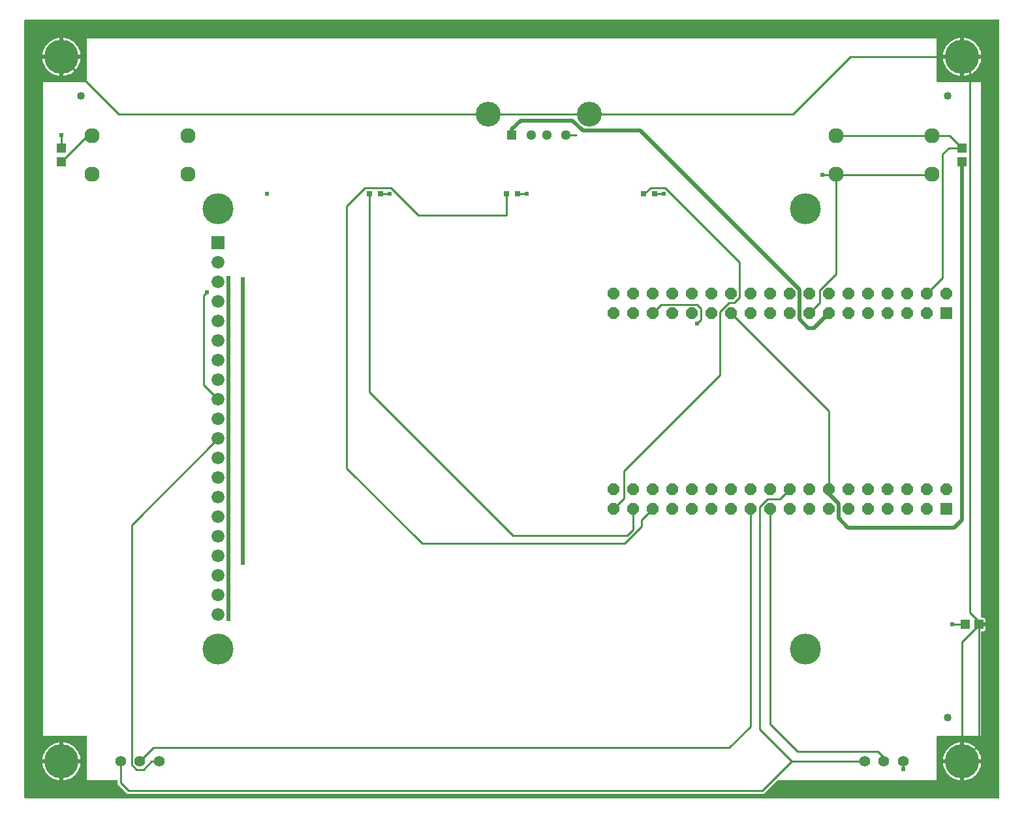
<source format=gbr>
G04 EAGLE Gerber RS-274X export*
G75*
%MOMM*%
%FSLAX34Y34*%
%LPD*%
%INTop Copper*%
%IPPOS*%
%AMOC8*
5,1,8,0,0,1.08239X$1,22.5*%
G01*
%ADD10C,1.960000*%
%ADD11C,1.400000*%
%ADD12R,1.143000X1.270000*%
%ADD13R,1.270000X1.143000*%
%ADD14R,1.288000X1.288000*%
%ADD15C,1.288000*%
%ADD16C,3.220000*%
%ADD17R,0.800000X0.800000*%
%ADD18C,1.016000*%
%ADD19C,4.445000*%
%ADD20R,1.524000X1.524000*%
%ADD21P,1.649562X8X202.500000*%
%ADD22R,1.676400X1.676400*%
%ADD23C,1.676400*%
%ADD24C,4.016000*%
%ADD25C,0.609600*%
%ADD26C,0.254000*%
%ADD27C,0.508000*%

G36*
X1267444Y1012308D02*
X1267444Y1012308D01*
X1267437Y1012427D01*
X1267424Y1012465D01*
X1267419Y1012506D01*
X1267376Y1012616D01*
X1267339Y1012729D01*
X1267317Y1012764D01*
X1267302Y1012801D01*
X1267233Y1012897D01*
X1267169Y1012998D01*
X1267139Y1013026D01*
X1267116Y1013059D01*
X1267024Y1013135D01*
X1266937Y1013216D01*
X1266902Y1013236D01*
X1266871Y1013261D01*
X1266763Y1013312D01*
X1266659Y1013370D01*
X1266619Y1013380D01*
X1266583Y1013397D01*
X1266466Y1013419D01*
X1266351Y1013449D01*
X1266291Y1013453D01*
X1266271Y1013457D01*
X1266250Y1013455D01*
X1266190Y1013459D01*
X3810Y1013459D01*
X3692Y1013444D01*
X3573Y1013437D01*
X3535Y1013424D01*
X3494Y1013419D01*
X3384Y1013376D01*
X3271Y1013339D01*
X3236Y1013317D01*
X3199Y1013302D01*
X3103Y1013233D01*
X3002Y1013169D01*
X2974Y1013139D01*
X2941Y1013116D01*
X2865Y1013024D01*
X2784Y1012937D01*
X2764Y1012902D01*
X2739Y1012871D01*
X2688Y1012763D01*
X2630Y1012659D01*
X2620Y1012619D01*
X2603Y1012583D01*
X2581Y1012466D01*
X2551Y1012351D01*
X2547Y1012291D01*
X2543Y1012271D01*
X2545Y1012250D01*
X2541Y1012190D01*
X2541Y3810D01*
X2556Y3692D01*
X2563Y3573D01*
X2576Y3535D01*
X2581Y3494D01*
X2624Y3384D01*
X2661Y3271D01*
X2683Y3236D01*
X2698Y3199D01*
X2767Y3103D01*
X2831Y3002D01*
X2861Y2974D01*
X2884Y2941D01*
X2976Y2865D01*
X3063Y2784D01*
X3098Y2764D01*
X3129Y2739D01*
X3237Y2688D01*
X3341Y2630D01*
X3381Y2620D01*
X3417Y2603D01*
X3534Y2581D01*
X3649Y2551D01*
X3709Y2547D01*
X3729Y2543D01*
X3750Y2545D01*
X3810Y2541D01*
X1266190Y2541D01*
X1266308Y2556D01*
X1266427Y2563D01*
X1266465Y2576D01*
X1266506Y2581D01*
X1266616Y2624D01*
X1266729Y2661D01*
X1266764Y2683D01*
X1266801Y2698D01*
X1266897Y2767D01*
X1266998Y2831D01*
X1267026Y2861D01*
X1267059Y2884D01*
X1267135Y2976D01*
X1267216Y3063D01*
X1267236Y3098D01*
X1267261Y3129D01*
X1267312Y3237D01*
X1267370Y3341D01*
X1267380Y3381D01*
X1267397Y3417D01*
X1267419Y3534D01*
X1267449Y3649D01*
X1267453Y3709D01*
X1267457Y3729D01*
X1267455Y3750D01*
X1267459Y3810D01*
X1267459Y1012190D01*
X1267444Y1012308D01*
G37*
%LPC*%
G36*
X82550Y932181D02*
X82550Y932181D01*
X82668Y932196D01*
X82787Y932203D01*
X82825Y932216D01*
X82866Y932221D01*
X82976Y932264D01*
X83089Y932301D01*
X83124Y932323D01*
X83161Y932338D01*
X83257Y932408D01*
X83358Y932471D01*
X83386Y932501D01*
X83419Y932524D01*
X83495Y932616D01*
X83576Y932703D01*
X83596Y932738D01*
X83621Y932769D01*
X83672Y932877D01*
X83730Y932981D01*
X83740Y933021D01*
X83757Y933057D01*
X83779Y933174D01*
X83809Y933289D01*
X83813Y933350D01*
X83817Y933370D01*
X83815Y933390D01*
X83819Y933450D01*
X83819Y989331D01*
X1186181Y989331D01*
X1186181Y933450D01*
X1186196Y933332D01*
X1186203Y933213D01*
X1186216Y933175D01*
X1186221Y933134D01*
X1186264Y933024D01*
X1186301Y932911D01*
X1186323Y932876D01*
X1186338Y932839D01*
X1186408Y932743D01*
X1186471Y932642D01*
X1186501Y932614D01*
X1186524Y932581D01*
X1186616Y932506D01*
X1186703Y932424D01*
X1186738Y932404D01*
X1186769Y932379D01*
X1186877Y932328D01*
X1186981Y932270D01*
X1187021Y932260D01*
X1187057Y932243D01*
X1187174Y932221D01*
X1187289Y932191D01*
X1187350Y932187D01*
X1187370Y932183D01*
X1187390Y932185D01*
X1187450Y932181D01*
X1243331Y932181D01*
X1243331Y238760D01*
X1243346Y238642D01*
X1243353Y238523D01*
X1243366Y238485D01*
X1243371Y238444D01*
X1243414Y238334D01*
X1243451Y238221D01*
X1243473Y238186D01*
X1243488Y238149D01*
X1243558Y238053D01*
X1243621Y237952D01*
X1243651Y237924D01*
X1243674Y237891D01*
X1243766Y237815D01*
X1243853Y237734D01*
X1243888Y237714D01*
X1243919Y237689D01*
X1244027Y237638D01*
X1244131Y237580D01*
X1244171Y237570D01*
X1244207Y237553D01*
X1244324Y237531D01*
X1244439Y237501D01*
X1244500Y237497D01*
X1244520Y237493D01*
X1244540Y237495D01*
X1244600Y237491D01*
X1246839Y237491D01*
X1247486Y237318D01*
X1248065Y236983D01*
X1248538Y236510D01*
X1248873Y235931D01*
X1249046Y235284D01*
X1249046Y231139D01*
X1244600Y231139D01*
X1244482Y231124D01*
X1244363Y231117D01*
X1244325Y231104D01*
X1244284Y231099D01*
X1244174Y231055D01*
X1244061Y231019D01*
X1244026Y230997D01*
X1243989Y230982D01*
X1243893Y230912D01*
X1243792Y230849D01*
X1243764Y230819D01*
X1243731Y230795D01*
X1243656Y230704D01*
X1243574Y230617D01*
X1243554Y230582D01*
X1243529Y230550D01*
X1243478Y230443D01*
X1243420Y230339D01*
X1243410Y230299D01*
X1243393Y230263D01*
X1243371Y230146D01*
X1243341Y230031D01*
X1243337Y229970D01*
X1243333Y229950D01*
X1243335Y229930D01*
X1243331Y229870D01*
X1243331Y227330D01*
X1243346Y227212D01*
X1243353Y227093D01*
X1243366Y227055D01*
X1243371Y227015D01*
X1243414Y226904D01*
X1243451Y226791D01*
X1243473Y226756D01*
X1243488Y226719D01*
X1243558Y226623D01*
X1243621Y226522D01*
X1243651Y226494D01*
X1243674Y226461D01*
X1243766Y226386D01*
X1243853Y226304D01*
X1243888Y226284D01*
X1243919Y226259D01*
X1244027Y226208D01*
X1244131Y226150D01*
X1244171Y226140D01*
X1244207Y226123D01*
X1244324Y226101D01*
X1244439Y226071D01*
X1244500Y226067D01*
X1244520Y226063D01*
X1244540Y226065D01*
X1244600Y226061D01*
X1249046Y226061D01*
X1249046Y221916D01*
X1248873Y221269D01*
X1248538Y220690D01*
X1248065Y220217D01*
X1247486Y219882D01*
X1246839Y219709D01*
X1244600Y219709D01*
X1244482Y219694D01*
X1244363Y219687D01*
X1244325Y219674D01*
X1244284Y219669D01*
X1244174Y219626D01*
X1244061Y219589D01*
X1244026Y219567D01*
X1243989Y219552D01*
X1243893Y219483D01*
X1243792Y219419D01*
X1243764Y219389D01*
X1243731Y219366D01*
X1243656Y219274D01*
X1243574Y219187D01*
X1243554Y219152D01*
X1243529Y219121D01*
X1243478Y219013D01*
X1243420Y218909D01*
X1243410Y218869D01*
X1243393Y218833D01*
X1243371Y218716D01*
X1243341Y218601D01*
X1243337Y218541D01*
X1243333Y218521D01*
X1243335Y218500D01*
X1243331Y218440D01*
X1243331Y83819D01*
X1187450Y83819D01*
X1187332Y83804D01*
X1187213Y83797D01*
X1187175Y83784D01*
X1187134Y83779D01*
X1187024Y83736D01*
X1186911Y83699D01*
X1186876Y83677D01*
X1186839Y83662D01*
X1186743Y83593D01*
X1186642Y83529D01*
X1186614Y83499D01*
X1186581Y83476D01*
X1186506Y83384D01*
X1186424Y83297D01*
X1186404Y83262D01*
X1186379Y83231D01*
X1186328Y83123D01*
X1186270Y83019D01*
X1186260Y82979D01*
X1186243Y82943D01*
X1186221Y82826D01*
X1186191Y82711D01*
X1186187Y82651D01*
X1186183Y82631D01*
X1186185Y82610D01*
X1186181Y82550D01*
X1186181Y26669D01*
X980004Y26669D01*
X979906Y26657D01*
X979807Y26654D01*
X979749Y26637D01*
X979689Y26629D01*
X979597Y26593D01*
X979501Y26565D01*
X979449Y26535D01*
X979393Y26512D01*
X979313Y26454D01*
X979228Y26404D01*
X979152Y26338D01*
X979136Y26326D01*
X979128Y26317D01*
X979123Y26313D01*
X979120Y26309D01*
X979107Y26298D01*
X961683Y8874D01*
X136232Y8874D01*
X123589Y21517D01*
X123589Y25400D01*
X123574Y25518D01*
X123567Y25637D01*
X123554Y25675D01*
X123549Y25716D01*
X123506Y25826D01*
X123469Y25939D01*
X123447Y25974D01*
X123432Y26011D01*
X123363Y26107D01*
X123299Y26208D01*
X123269Y26236D01*
X123246Y26269D01*
X123154Y26345D01*
X123067Y26426D01*
X123032Y26446D01*
X123001Y26471D01*
X122893Y26522D01*
X122789Y26580D01*
X122749Y26590D01*
X122713Y26607D01*
X122596Y26629D01*
X122481Y26659D01*
X122421Y26663D01*
X122401Y26667D01*
X122380Y26665D01*
X122320Y26669D01*
X83819Y26669D01*
X83819Y82550D01*
X83804Y82668D01*
X83797Y82787D01*
X83784Y82825D01*
X83779Y82866D01*
X83736Y82976D01*
X83699Y83089D01*
X83677Y83124D01*
X83662Y83161D01*
X83593Y83257D01*
X83529Y83358D01*
X83499Y83386D01*
X83476Y83419D01*
X83384Y83495D01*
X83297Y83576D01*
X83262Y83596D01*
X83231Y83621D01*
X83123Y83672D01*
X83019Y83730D01*
X82979Y83740D01*
X82943Y83757D01*
X82826Y83779D01*
X82711Y83809D01*
X82651Y83813D01*
X82631Y83817D01*
X82610Y83815D01*
X82550Y83819D01*
X26669Y83819D01*
X26669Y932181D01*
X82550Y932181D01*
G37*
%LPD*%
%LPC*%
G36*
X1221739Y967739D02*
X1221739Y967739D01*
X1221739Y989836D01*
X1223355Y989654D01*
X1226067Y989035D01*
X1228692Y988117D01*
X1231199Y986910D01*
X1233554Y985430D01*
X1235729Y983695D01*
X1237695Y981729D01*
X1239430Y979554D01*
X1240910Y977199D01*
X1242117Y974692D01*
X1243035Y972067D01*
X1243654Y969355D01*
X1243836Y967739D01*
X1221739Y967739D01*
G37*
%LPD*%
%LPC*%
G36*
X1221739Y53339D02*
X1221739Y53339D01*
X1221739Y75436D01*
X1223355Y75254D01*
X1226067Y74635D01*
X1228692Y73717D01*
X1231199Y72510D01*
X1233554Y71030D01*
X1235729Y69295D01*
X1237695Y67329D01*
X1239430Y65154D01*
X1240910Y62799D01*
X1242117Y60292D01*
X1243035Y57667D01*
X1243654Y54955D01*
X1243836Y53339D01*
X1221739Y53339D01*
G37*
%LPD*%
%LPC*%
G36*
X53339Y53339D02*
X53339Y53339D01*
X53339Y75436D01*
X54955Y75254D01*
X57667Y74635D01*
X60292Y73717D01*
X62799Y72510D01*
X65154Y71030D01*
X67329Y69295D01*
X69295Y67329D01*
X71030Y65154D01*
X72510Y62799D01*
X73717Y60292D01*
X74635Y57667D01*
X75254Y54955D01*
X75436Y53339D01*
X53339Y53339D01*
G37*
%LPD*%
%LPC*%
G36*
X53339Y967739D02*
X53339Y967739D01*
X53339Y989836D01*
X54955Y989654D01*
X57667Y989035D01*
X60292Y988117D01*
X62799Y986910D01*
X65154Y985430D01*
X67329Y983695D01*
X69295Y981729D01*
X71030Y979554D01*
X72510Y977199D01*
X73717Y974692D01*
X74635Y972067D01*
X75254Y969355D01*
X75436Y967739D01*
X53339Y967739D01*
G37*
%LPD*%
%LPC*%
G36*
X53339Y48261D02*
X53339Y48261D01*
X75436Y48261D01*
X75254Y46645D01*
X74635Y43933D01*
X73717Y41308D01*
X72510Y38801D01*
X71030Y36446D01*
X69295Y34271D01*
X67329Y32305D01*
X65154Y30570D01*
X62799Y29090D01*
X60292Y27883D01*
X57667Y26965D01*
X54955Y26346D01*
X53339Y26164D01*
X53339Y48261D01*
G37*
%LPD*%
%LPC*%
G36*
X1194564Y967739D02*
X1194564Y967739D01*
X1194746Y969355D01*
X1195365Y972067D01*
X1196283Y974692D01*
X1197490Y977199D01*
X1198970Y979554D01*
X1200705Y981729D01*
X1202671Y983695D01*
X1204846Y985430D01*
X1207201Y986910D01*
X1209708Y988117D01*
X1212333Y989035D01*
X1215045Y989654D01*
X1216661Y989836D01*
X1216661Y967739D01*
X1194564Y967739D01*
G37*
%LPD*%
%LPC*%
G36*
X1194564Y53339D02*
X1194564Y53339D01*
X1194746Y54955D01*
X1195365Y57667D01*
X1196283Y60292D01*
X1197490Y62799D01*
X1198970Y65154D01*
X1200705Y67329D01*
X1202671Y69295D01*
X1204846Y71030D01*
X1207201Y72510D01*
X1209708Y73717D01*
X1212333Y74635D01*
X1215045Y75254D01*
X1216661Y75436D01*
X1216661Y53339D01*
X1194564Y53339D01*
G37*
%LPD*%
%LPC*%
G36*
X53339Y962661D02*
X53339Y962661D01*
X75436Y962661D01*
X75254Y961045D01*
X74635Y958333D01*
X73717Y955708D01*
X72510Y953201D01*
X71030Y950846D01*
X69295Y948671D01*
X67329Y946705D01*
X65154Y944970D01*
X62799Y943490D01*
X60292Y942283D01*
X57667Y941365D01*
X54955Y940746D01*
X53339Y940564D01*
X53339Y962661D01*
G37*
%LPD*%
%LPC*%
G36*
X1221739Y962661D02*
X1221739Y962661D01*
X1243836Y962661D01*
X1243654Y961045D01*
X1243035Y958333D01*
X1242117Y955708D01*
X1240910Y953201D01*
X1239430Y950846D01*
X1237695Y948671D01*
X1235729Y946705D01*
X1233554Y944970D01*
X1231199Y943490D01*
X1228692Y942283D01*
X1226067Y941365D01*
X1223355Y940746D01*
X1221739Y940564D01*
X1221739Y962661D01*
G37*
%LPD*%
%LPC*%
G36*
X26164Y53339D02*
X26164Y53339D01*
X26346Y54955D01*
X26965Y57667D01*
X27883Y60292D01*
X29090Y62799D01*
X30570Y65154D01*
X32305Y67329D01*
X34271Y69295D01*
X36446Y71030D01*
X38801Y72510D01*
X41308Y73717D01*
X43933Y74635D01*
X46645Y75254D01*
X48261Y75436D01*
X48261Y53339D01*
X26164Y53339D01*
G37*
%LPD*%
%LPC*%
G36*
X26164Y967739D02*
X26164Y967739D01*
X26346Y969355D01*
X26965Y972067D01*
X27883Y974692D01*
X29090Y977199D01*
X30570Y979554D01*
X32305Y981729D01*
X34271Y983695D01*
X36446Y985430D01*
X38801Y986910D01*
X41308Y988117D01*
X43933Y989035D01*
X46645Y989654D01*
X48261Y989836D01*
X48261Y967739D01*
X26164Y967739D01*
G37*
%LPD*%
%LPC*%
G36*
X1221739Y48261D02*
X1221739Y48261D01*
X1243836Y48261D01*
X1243654Y46645D01*
X1243035Y43933D01*
X1242117Y41308D01*
X1240910Y38801D01*
X1239430Y36446D01*
X1237695Y34271D01*
X1235729Y32305D01*
X1233554Y30570D01*
X1231199Y29090D01*
X1228692Y27883D01*
X1226067Y26965D01*
X1223355Y26346D01*
X1221739Y26164D01*
X1221739Y48261D01*
G37*
%LPD*%
%LPC*%
G36*
X1215045Y940746D02*
X1215045Y940746D01*
X1212333Y941365D01*
X1209708Y942283D01*
X1207201Y943490D01*
X1204846Y944970D01*
X1202671Y946705D01*
X1200705Y948671D01*
X1198970Y950846D01*
X1197490Y953201D01*
X1196283Y955708D01*
X1195365Y958333D01*
X1194746Y961045D01*
X1194564Y962661D01*
X1216661Y962661D01*
X1216661Y940564D01*
X1215045Y940746D01*
G37*
%LPD*%
%LPC*%
G36*
X46645Y940746D02*
X46645Y940746D01*
X43933Y941365D01*
X41308Y942283D01*
X38801Y943490D01*
X36446Y944970D01*
X34271Y946705D01*
X32305Y948671D01*
X30570Y950846D01*
X29090Y953201D01*
X27883Y955708D01*
X26965Y958333D01*
X26346Y961045D01*
X26164Y962661D01*
X48261Y962661D01*
X48261Y940564D01*
X46645Y940746D01*
G37*
%LPD*%
%LPC*%
G36*
X1215045Y26346D02*
X1215045Y26346D01*
X1212333Y26965D01*
X1209708Y27883D01*
X1207201Y29090D01*
X1204846Y30570D01*
X1202671Y32305D01*
X1200705Y34271D01*
X1198970Y36446D01*
X1197490Y38801D01*
X1196283Y41308D01*
X1195365Y43933D01*
X1194746Y46645D01*
X1194564Y48261D01*
X1216661Y48261D01*
X1216661Y26164D01*
X1215045Y26346D01*
G37*
%LPD*%
%LPC*%
G36*
X46645Y26346D02*
X46645Y26346D01*
X43933Y26965D01*
X41308Y27883D01*
X38801Y29090D01*
X36446Y30570D01*
X34271Y32305D01*
X32305Y34271D01*
X30570Y36446D01*
X29090Y38801D01*
X27883Y41308D01*
X26965Y43933D01*
X26346Y46645D01*
X26164Y48261D01*
X48261Y48261D01*
X48261Y26164D01*
X46645Y26346D01*
G37*
%LPD*%
%LPC*%
G36*
X50799Y50799D02*
X50799Y50799D01*
X50799Y50801D01*
X50801Y50801D01*
X50801Y50799D01*
X50799Y50799D01*
G37*
%LPD*%
%LPC*%
G36*
X1219199Y50799D02*
X1219199Y50799D01*
X1219199Y50801D01*
X1219201Y50801D01*
X1219201Y50799D01*
X1219199Y50799D01*
G37*
%LPD*%
%LPC*%
G36*
X1219199Y965199D02*
X1219199Y965199D01*
X1219199Y965201D01*
X1219201Y965201D01*
X1219201Y965199D01*
X1219199Y965199D01*
G37*
%LPD*%
%LPC*%
G36*
X50799Y965199D02*
X50799Y965199D01*
X50799Y965201D01*
X50801Y965201D01*
X50801Y965199D01*
X50799Y965199D01*
G37*
%LPD*%
D10*
X1180100Y863200D03*
X1180100Y813200D03*
X1055100Y813200D03*
X1055100Y863200D03*
D11*
X1092600Y50800D03*
X1117600Y50800D03*
X1142600Y50800D03*
X127400Y50800D03*
X152400Y50800D03*
X177400Y50800D03*
D10*
X214900Y863200D03*
X214900Y813200D03*
X89900Y813200D03*
X89900Y863200D03*
D12*
X1223010Y228600D03*
X1240790Y228600D03*
D13*
X1219200Y847090D03*
X1219200Y829310D03*
X50800Y829310D03*
X50800Y847090D03*
D14*
X635000Y863600D03*
D15*
X660000Y863600D03*
X680000Y863600D03*
X705000Y863600D03*
D16*
X604300Y890700D03*
X735700Y890700D03*
D17*
X449800Y787400D03*
X464600Y787400D03*
X627600Y787400D03*
X642400Y787400D03*
X805400Y787400D03*
X820200Y787400D03*
D18*
X76200Y914400D03*
X1200150Y914400D03*
X1200150Y107950D03*
D19*
X50800Y965200D03*
X1219200Y965200D03*
X50800Y50800D03*
X1219200Y50800D03*
D20*
X1198200Y378200D03*
D21*
X1198200Y403600D03*
X1172800Y378200D03*
X1172800Y403600D03*
X1147400Y378200D03*
X1147400Y403600D03*
X1122000Y378200D03*
X1122000Y403600D03*
X1096600Y378200D03*
X1096600Y403600D03*
X1071200Y378200D03*
X1071200Y403600D03*
X1045800Y378200D03*
X1045800Y403600D03*
X1020400Y378200D03*
X1020400Y403600D03*
X995000Y378200D03*
X995000Y403600D03*
X969600Y378200D03*
X969600Y403600D03*
X944200Y378200D03*
X944200Y403600D03*
X918800Y378200D03*
X918800Y403600D03*
X893400Y378200D03*
X893400Y403600D03*
X868000Y378200D03*
X868000Y403600D03*
X842600Y378200D03*
X842600Y403600D03*
X817200Y378200D03*
X817200Y403600D03*
X791800Y378200D03*
X791800Y403600D03*
X766400Y378200D03*
X766400Y403600D03*
D20*
X1198200Y632200D03*
D21*
X1198200Y657600D03*
X1172800Y632200D03*
X1172800Y657600D03*
X1147400Y632200D03*
X1147400Y657600D03*
X1122000Y632200D03*
X1122000Y657600D03*
X1096600Y632200D03*
X1096600Y657600D03*
X1071200Y632200D03*
X1071200Y657600D03*
X1045800Y632200D03*
X1045800Y657600D03*
X1020400Y632200D03*
X1020400Y657600D03*
X995000Y632200D03*
X995000Y657600D03*
X969600Y632200D03*
X969600Y657600D03*
X944200Y632200D03*
X944200Y657600D03*
X918800Y632200D03*
X918800Y657600D03*
X893400Y632200D03*
X893400Y657600D03*
X868000Y632200D03*
X868000Y657600D03*
X842600Y632200D03*
X842600Y657600D03*
X817200Y632200D03*
X817200Y657600D03*
X791800Y632200D03*
X791800Y657600D03*
X766400Y632200D03*
X766400Y657600D03*
D22*
X254000Y723900D03*
D23*
X254000Y698500D03*
X254000Y673100D03*
X254000Y647700D03*
X254000Y622300D03*
X254000Y596900D03*
X254000Y571500D03*
X254000Y546100D03*
X254000Y520700D03*
X254000Y495300D03*
X254000Y469900D03*
X254000Y444500D03*
X254000Y419100D03*
X254000Y393700D03*
X254000Y368300D03*
X254000Y342900D03*
X254000Y317500D03*
X254000Y292100D03*
X254000Y266700D03*
X254000Y241300D03*
D24*
X254000Y768350D03*
X254000Y196850D03*
X1016000Y768350D03*
X1016000Y196850D03*
D25*
X476250Y787400D03*
D26*
X464600Y787400D01*
X642400Y787400D02*
X654050Y787400D01*
D25*
X654050Y787400D03*
D26*
X820200Y787400D02*
X831850Y787400D01*
D25*
X831850Y787400D03*
D26*
X1207770Y228600D02*
X1223010Y228600D01*
D25*
X1206500Y228600D03*
D26*
X1207770Y228600D01*
X820200Y787400D02*
X818788Y787400D01*
X646580Y787400D02*
X642400Y787400D01*
X1020400Y632200D02*
X1034370Y646170D01*
X1034370Y662335D01*
X1055100Y683065D02*
X1055100Y813200D01*
X1055100Y683065D02*
X1034370Y662335D01*
D25*
X317500Y787400D03*
D26*
X156878Y39990D02*
X147922Y39990D01*
X141590Y46322D01*
X141590Y357490D01*
X254000Y469900D01*
X177400Y50800D02*
X167688Y50800D01*
X156878Y39990D01*
X705000Y863600D02*
X718185Y863600D01*
X1054065Y812165D02*
X1055100Y813200D01*
X1054065Y812165D02*
X1037590Y812165D01*
X1179065Y812165D02*
X1180100Y813200D01*
X1179065Y812165D02*
X1054065Y812165D01*
D25*
X1037590Y812165D03*
D26*
X1142600Y50800D02*
X1143000Y50400D01*
X1143000Y40640D01*
D25*
X1143000Y40640D03*
D26*
X50800Y847090D02*
X50800Y863600D01*
D25*
X50800Y863600D03*
D27*
X1219200Y829310D02*
X1219200Y812800D01*
D25*
X1219200Y812800D03*
D27*
X1219200Y364230D01*
X1209040Y354070D01*
X1070870Y354070D01*
X1045800Y396905D02*
X1045800Y398175D01*
X1045800Y403600D01*
X1058500Y385475D02*
X1058500Y366440D01*
X1058500Y385475D02*
X1045800Y398175D01*
X1058500Y366440D02*
X1070870Y354070D01*
X267462Y235724D02*
X267462Y678676D01*
D26*
X918800Y632200D02*
X1045800Y505200D01*
X1045800Y403600D01*
D27*
X285750Y308610D02*
X285750Y676910D01*
D25*
X285750Y676910D03*
X285750Y308610D03*
X267462Y678676D03*
X267462Y235724D03*
D26*
X970280Y99060D02*
X970280Y377956D01*
X970036Y378200D02*
X969600Y378200D01*
X970280Y99060D02*
X1005840Y63500D01*
X1109980Y63500D01*
X1117600Y55880D01*
X1117600Y50800D01*
X170180Y68580D02*
X152400Y50800D01*
X170180Y68580D02*
X916940Y68580D01*
X944200Y95840D01*
X944200Y378200D01*
X998220Y50800D02*
X1092600Y50800D01*
X982794Y391394D02*
X995000Y403600D01*
X956310Y92710D02*
X998220Y50800D01*
X960105Y12685D02*
X137810Y12685D01*
X127400Y23095D01*
X127400Y50800D01*
X956310Y381075D02*
X966629Y391394D01*
X982794Y391394D01*
X956310Y381075D02*
X956310Y92710D01*
X998220Y50800D02*
X960105Y12685D01*
X791800Y351110D02*
X791800Y378200D01*
X791800Y351110D02*
X784225Y343535D01*
X636270Y343535D01*
X449854Y529951D01*
X449854Y787346D02*
X449800Y787400D01*
X449854Y787346D02*
X449854Y529951D01*
X627600Y759875D02*
X627600Y787400D01*
X420644Y431327D02*
X518596Y333375D01*
X781249Y333375D01*
X478139Y795210D02*
X444222Y795210D01*
X420644Y771632D01*
X420644Y431327D01*
X781249Y333375D02*
X803230Y355356D01*
X627600Y759875D02*
X513474Y759875D01*
X478139Y795210D01*
X803230Y364230D02*
X803230Y355356D01*
X803230Y364230D02*
X817200Y378200D01*
X923535Y646170D02*
X930230Y652866D01*
X780370Y392170D02*
X766400Y378200D01*
X904830Y634395D02*
X916606Y646170D01*
X923535Y646170D01*
X780370Y427746D02*
X780370Y392170D01*
X780370Y427746D02*
X904830Y552206D01*
X904830Y634395D01*
X833739Y795210D02*
X814622Y795210D01*
X806812Y787400D02*
X805400Y787400D01*
X806812Y787400D02*
X814622Y795210D01*
X930230Y698719D02*
X930230Y652866D01*
X930230Y698719D02*
X833739Y795210D01*
X84690Y863200D02*
X50800Y829310D01*
X84690Y863200D02*
X89900Y863200D01*
X1201747Y847090D02*
X1219200Y847090D01*
X1201747Y847090D02*
X1193800Y839143D01*
X1193800Y678600D02*
X1172800Y657600D01*
X1193800Y678600D02*
X1193800Y839143D01*
X1203090Y863200D02*
X1219200Y847090D01*
X1203090Y863200D02*
X1180100Y863200D01*
X1055100Y863200D01*
X735700Y890700D02*
X604300Y890700D01*
X125300Y890700D01*
X50800Y965200D01*
X735700Y890700D02*
X999920Y890700D01*
X1074420Y965200D01*
X1219200Y965200D01*
X1229360Y955040D01*
X1229360Y243840D02*
X1239520Y233680D01*
X1239520Y226060D01*
X1229360Y243840D02*
X1229360Y955040D01*
X1219200Y205740D02*
X1219200Y50800D01*
X1219200Y205740D02*
X1239520Y226060D01*
X1240790Y228600D02*
X1240790Y72390D01*
X1219200Y50800D01*
D27*
X1026715Y613115D02*
X1045800Y632200D01*
X1026715Y613115D02*
X1019130Y613115D01*
X1007700Y662861D02*
X1008080Y663240D01*
X1007700Y624545D02*
X1019130Y613115D01*
X1007700Y624545D02*
X1007700Y662861D01*
X713797Y882650D02*
X646430Y882650D01*
X713797Y882650D02*
X726927Y869520D01*
X801800Y869520D01*
X646430Y882650D02*
X635000Y871220D01*
X635000Y863600D01*
X801800Y869520D02*
X1008080Y663240D01*
D26*
X828890Y643890D02*
X817200Y632200D01*
X874985Y619080D02*
X880065Y624160D01*
X880065Y638855D01*
X875030Y643890D01*
X828890Y643890D01*
D25*
X874985Y619080D03*
D26*
X254000Y520700D02*
X234950Y539750D01*
X234950Y655320D01*
X239522Y659892D01*
D25*
X239522Y659892D03*
M02*

</source>
